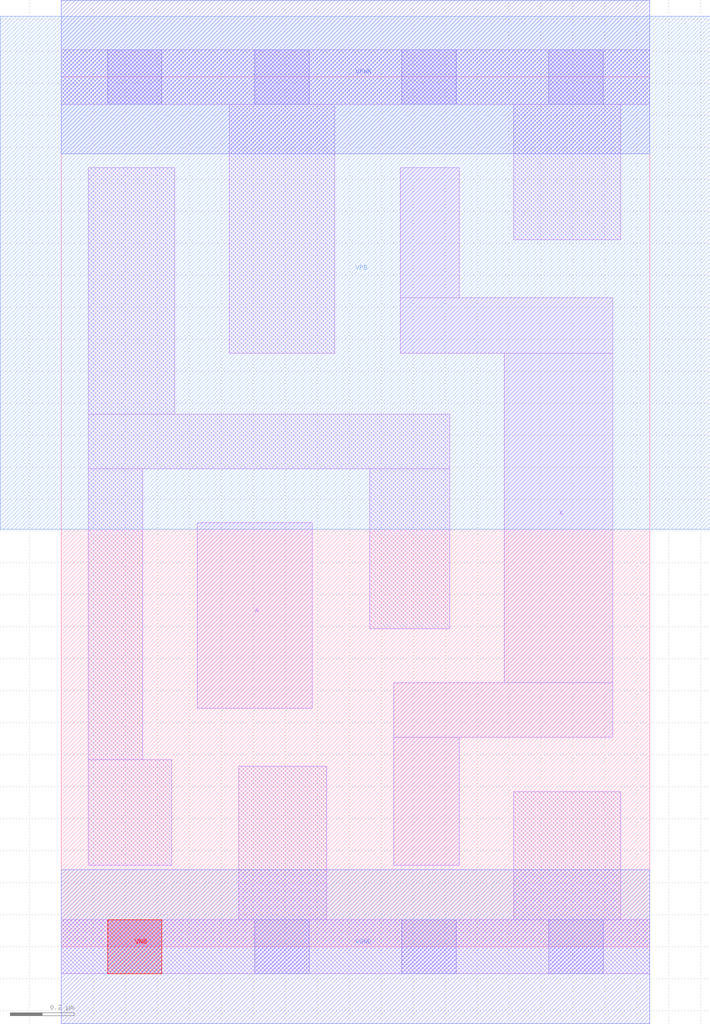
<source format=lef>
# Copyright 2020 The SkyWater PDK Authors
#
# Licensed under the Apache License, Version 2.0 (the "License");
# you may not use this file except in compliance with the License.
# You may obtain a copy of the License at
#
#     https://www.apache.org/licenses/LICENSE-2.0
#
# Unless required by applicable law or agreed to in writing, software
# distributed under the License is distributed on an "AS IS" BASIS,
# WITHOUT WARRANTIES OR CONDITIONS OF ANY KIND, either express or implied.
# See the License for the specific language governing permissions and
# limitations under the License.
#
# SPDX-License-Identifier: Apache-2.0

VERSION 5.7 ;
  NOWIREEXTENSIONATPIN ON ;
  DIVIDERCHAR "/" ;
  BUSBITCHARS "[]" ;
MACRO sky130_fd_sc_hd__clkbuf_2
  CLASS CORE ;
  FOREIGN sky130_fd_sc_hd__clkbuf_2 ;
  ORIGIN  0.000000  0.000000 ;
  SIZE  1.840000 BY  2.720000 ;
  SYMMETRY X Y R90 ;
  SITE unithd ;
  PIN A
    ANTENNAGATEAREA  0.213000 ;
    DIRECTION INPUT ;
    USE SIGNAL ;
    PORT
      LAYER li1 ;
        RECT 0.425000 0.745000 0.785000 1.325000 ;
    END
  END A
  PIN VNB
    PORT
      LAYER pwell ;
        RECT 0.145000 -0.085000 0.315000 0.085000 ;
    END
  END VNB
  PIN VPB
    PORT
      LAYER nwell ;
        RECT -0.190000 1.305000 2.030000 2.910000 ;
    END
  END VPB
  PIN X
    ANTENNADIFFAREA  0.383400 ;
    DIRECTION OUTPUT ;
    USE SIGNAL ;
    PORT
      LAYER li1 ;
        RECT 1.040000 0.255000 1.245000 0.655000 ;
        RECT 1.040000 0.655000 1.725000 0.825000 ;
        RECT 1.060000 1.855000 1.725000 2.030000 ;
        RECT 1.060000 2.030000 1.245000 2.435000 ;
        RECT 1.385000 0.825000 1.725000 1.855000 ;
    END
  END X
  PIN VGND
    DIRECTION INOUT ;
    SHAPE ABUTMENT ;
    USE GROUND ;
    PORT
      LAYER met1 ;
        RECT 0.000000 -0.240000 1.840000 0.240000 ;
    END
  END VGND
  PIN VPWR
    DIRECTION INOUT ;
    SHAPE ABUTMENT ;
    USE POWER ;
    PORT
      LAYER met1 ;
        RECT 0.000000 2.480000 1.840000 2.960000 ;
    END
  END VPWR
  OBS
    LAYER li1 ;
      RECT 0.000000 -0.085000 1.840000 0.085000 ;
      RECT 0.000000  2.635000 1.840000 2.805000 ;
      RECT 0.085000  0.255000 0.345000 0.585000 ;
      RECT 0.085000  0.585000 0.255000 1.495000 ;
      RECT 0.085000  1.495000 1.215000 1.665000 ;
      RECT 0.085000  1.665000 0.355000 2.435000 ;
      RECT 0.525000  1.855000 0.855000 2.635000 ;
      RECT 0.555000  0.085000 0.830000 0.565000 ;
      RECT 0.965000  0.995000 1.215000 1.495000 ;
      RECT 1.415000  0.085000 1.750000 0.485000 ;
      RECT 1.415000  2.210000 1.750000 2.635000 ;
    LAYER mcon ;
      RECT 0.145000 -0.085000 0.315000 0.085000 ;
      RECT 0.145000  2.635000 0.315000 2.805000 ;
      RECT 0.605000 -0.085000 0.775000 0.085000 ;
      RECT 0.605000  2.635000 0.775000 2.805000 ;
      RECT 1.065000 -0.085000 1.235000 0.085000 ;
      RECT 1.065000  2.635000 1.235000 2.805000 ;
      RECT 1.525000 -0.085000 1.695000 0.085000 ;
      RECT 1.525000  2.635000 1.695000 2.805000 ;
  END
END sky130_fd_sc_hd__clkbuf_2
END LIBRARY

</source>
